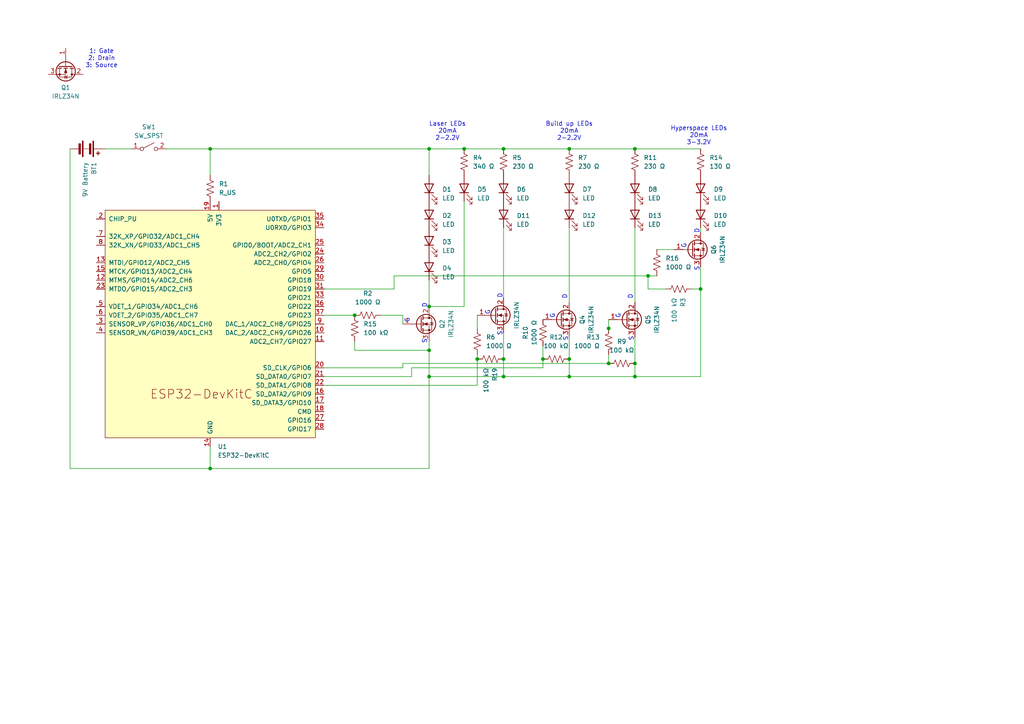
<source format=kicad_sch>
(kicad_sch (version 20250114) (generator "eeschema") (generator_version "9.0")
  (paper "A4")
  (lib_symbols
    (symbol "Device:Battery" (pin_numbers (hide yes)) (pin_names (offset 0) (hide yes))
      (property "Reference" "BT" (at 2.54 2.54 0))
      (property "Value" "Battery" (at 2.54 0 0))
      (symbol "Battery_0_1"
        (rectangle (start -2.286 1.778) (end 2.286 1.524) (fill (type outline)))
        (rectangle (start -2.286 -1.27) (end 2.286 -1.524) (fill (type outline)))
        (rectangle (start -1.524 1.016) (end 1.524 0.508) (fill (type outline)))
        (rectangle (start -1.524 -2.032) (end 1.524 -2.54) (fill (type outline)))
        (polyline (pts (xy 0 1.778) (xy 0 2.54)))
        (polyline (pts (xy 0 0) (xy 0 0.254)))
        (polyline (pts (xy 0 -0.508) (xy 0 -0.254)))
        (polyline (pts (xy 0 -1.016) (xy 0 -0.762)))
        (polyline (pts (xy 0.762 3.048) (xy 1.778 3.048)) (stroke (width 0.254)))
        (polyline (pts (xy 1.27 3.556) (xy 1.27 2.54)) (stroke (width 0.254)))
      )
      (symbol "Battery_1_1"
        (pin passive line (at 0 5.08 270) (length 2.54) (name "+") (number "1"))
        (pin passive line (at 0 -5.08 90) (length 2.54) (name "-") (number "2"))
      )
    )
    (symbol "Device:LED" (pin_numbers (hide yes)) (pin_names (offset 1.016) (hide yes))
      (property "Reference" "D" (at 0 2.54 0))
      (property "Value" "LED" (at 0 -2.54 0))
      (symbol "LED_0_1"
        (polyline (pts (xy -3.048 -0.762) (xy -4.572 -2.286) (xy -3.81 -2.286) (xy -4.572 -2.286) (xy -4.572 -1.524)))
        (polyline (pts (xy -1.778 -0.762) (xy -3.302 -2.286) (xy -2.54 -2.286) (xy -3.302 -2.286) (xy -3.302 -1.524)))
        (polyline (pts (xy -1.27 0) (xy 1.27 0)))
        (polyline (pts (xy -1.27 -1.27) (xy -1.27 1.27)) (stroke (width 0.254)))
        (polyline (pts (xy 1.27 -1.27) (xy 1.27 1.27) (xy -1.27 0) (xy 1.27 -1.27)) (stroke (width 0.254)))
      )
      (symbol "LED_1_1"
        (pin passive line (at -3.81 0 0) (length 2.54) (name "K") (number "1"))
        (pin passive line (at 3.81 0 180) (length 2.54) (name "A") (number "2"))
      )
    )
    (symbol "Device:R_US" (pin_numbers (hide yes)) (pin_names (offset 0))
      (property "Reference" "R" (at 2.54 0 90))
      (property "Value" "R_US" (at -2.54 0 90))
      (symbol "R_US_0_1"
        (polyline (pts (xy 0 2.286) (xy 0 2.54)))
        (polyline (pts (xy 0 2.286) (xy 1.016 1.905) (xy 0 1.524) (xy -1.016 1.143) (xy 0 0.762)))
        (polyline (pts (xy 0 0.762) (xy 1.016 0.381) (xy 0 0) (xy -1.016 -0.381) (xy 0 -0.762)))
        (polyline (pts (xy 0 -0.762) (xy 1.016 -1.143) (xy 0 -1.524) (xy -1.016 -1.905) (xy 0 -2.286)))
        (polyline (pts (xy 0 -2.286) (xy 0 -2.54)))
      )
      (symbol "R_US_1_1"
        (pin passive line (at 0 3.81 270) (length 1.27) (name "~") (number "1"))
        (pin passive line (at 0 -3.81 90) (length 1.27) (name "~") (number "2"))
      )
    )
    (symbol "LED_1" (pin_numbers (hide yes)) (pin_names (offset 1.016) (hide yes))
      (property "Reference" "D" (at 0 2.54 0))
      (property "Value" "LED" (at 0 -2.54 0))
      (symbol "LED_1_0_1"
        (polyline (pts (xy -3.048 -0.762) (xy -4.572 -2.286) (xy -3.81 -2.286) (xy -4.572 -2.286) (xy -4.572 -1.524)))
        (polyline (pts (xy -1.778 -0.762) (xy -3.302 -2.286) (xy -2.54 -2.286) (xy -3.302 -2.286) (xy -3.302 -1.524)))
        (polyline (pts (xy -1.27 0) (xy 1.27 0)))
        (polyline (pts (xy -1.27 -1.27) (xy -1.27 1.27)) (stroke (width 0.254)))
        (polyline (pts (xy 1.27 -1.27) (xy 1.27 1.27) (xy -1.27 0) (xy 1.27 -1.27)) (stroke (width 0.254)))
      )
      (symbol "LED_1_1_1"
        (pin passive line (at -3.81 0 0) (length 2.54) (name "K") (number "1"))
        (pin passive line (at 3.81 0 180) (length 2.54) (name "A") (number "2"))
      )
    )
    (symbol "LED_2" (pin_numbers (hide yes)) (pin_names (offset 1.016) (hide yes))
      (property "Reference" "D" (at 0 2.54 0))
      (property "Value" "LED" (at 0 -2.54 0))
      (symbol "LED_2_0_1"
        (polyline (pts (xy -3.048 -0.762) (xy -4.572 -2.286) (xy -3.81 -2.286) (xy -4.572 -2.286) (xy -4.572 -1.524)))
        (polyline (pts (xy -1.778 -0.762) (xy -3.302 -2.286) (xy -2.54 -2.286) (xy -3.302 -2.286) (xy -3.302 -1.524)))
        (polyline (pts (xy -1.27 0) (xy 1.27 0)))
        (polyline (pts (xy -1.27 -1.27) (xy -1.27 1.27)) (stroke (width 0.254)))
        (polyline (pts (xy 1.27 -1.27) (xy 1.27 1.27) (xy -1.27 0) (xy 1.27 -1.27)) (stroke (width 0.254)))
      )
      (symbol "LED_2_1_1"
        (pin passive line (at -3.81 0 0) (length 2.54) (name "K") (number "1"))
        (pin passive line (at 3.81 0 180) (length 2.54) (name "A") (number "2"))
      )
    )
    (symbol "LED_3" (pin_numbers (hide yes)) (pin_names (offset 1.016) (hide yes))
      (property "Reference" "D" (at 0 2.54 0))
      (property "Value" "LED" (at 0 -2.54 0))
      (symbol "LED_3_0_1"
        (polyline (pts (xy -3.048 -0.762) (xy -4.572 -2.286) (xy -3.81 -2.286) (xy -4.572 -2.286) (xy -4.572 -1.524)))
        (polyline (pts (xy -1.778 -0.762) (xy -3.302 -2.286) (xy -2.54 -2.286) (xy -3.302 -2.286) (xy -3.302 -1.524)))
        (polyline (pts (xy -1.27 0) (xy 1.27 0)))
        (polyline (pts (xy -1.27 -1.27) (xy -1.27 1.27)) (stroke (width 0.254)))
        (polyline (pts (xy 1.27 -1.27) (xy 1.27 1.27) (xy -1.27 0) (xy 1.27 -1.27)) (stroke (width 0.254)))
      )
      (symbol "LED_3_1_1"
        (pin passive line (at -3.81 0 0) (length 2.54) (name "K") (number "1"))
        (pin passive line (at 3.81 0 180) (length 2.54) (name "A") (number "2"))
      )
    )
    (symbol "PCM_Espressif:ESP32-DevKitC" (pin_names (offset 1.016))
      (property "Reference" "U" (at -30.48 38.1 0))
      (property "Value" "ESP32-DevKitC" (at -30.48 35.56 0))
      (symbol "ESP32-DevKitC_0_0"
        (text "ESP32-DevKitC" (at -2.54 -20.32 0) (effects (font (size 2.54 2.54))))
        (pin power_in line (at 0 35.56 270) (length 2.54) (name "5V") (number "19"))
        (pin power_in line (at 0 -35.56 90) (length 2.54) (name "GND") (number "14"))
      )
      (symbol "ESP32-DevKitC_0_1"
        (rectangle (start -30.48 33.02) (end 30.48 -33.02) (fill (type background)))
      )
      (symbol "ESP32-DevKitC_1_1"
        (pin input line (at -33.02 30.48 0) (length 2.54) (name "CHIP_PU") (number "2"))
        (pin bidirectional line (at -33.02 25.4 0) (length 2.54) (name "32K_XP/GPIO32/ADC1_CH4") (number "7"))
        (pin bidirectional line (at -33.02 22.86 0) (length 2.54) (name "32K_XN/GPIO33/ADC1_CH5") (number "8"))
        (pin bidirectional line (at -33.02 17.78 0) (length 2.54) (name "MTDI/GPIO12/ADC2_CH5") (number "13"))
        (pin bidirectional line (at -33.02 15.24 0) (length 2.54) (name "MTCK/GPIO13/ADC2_CH4") (number "15"))
        (pin bidirectional line (at -33.02 12.7 0) (length 2.54) (name "MTMS/GPIO14/ADC2_CH6") (number "12"))
        (pin bidirectional line (at -33.02 10.16 0) (length 2.54) (name "MTDO/GPIO15/ADC2_CH3") (number "23"))
        (pin input line (at -33.02 5.08 0) (length 2.54) (name "VDET_1/GPIO34/ADC1_CH6") (number "5"))
        (pin input line (at -33.02 2.54 0) (length 2.54) (name "VDET_2/GPIO35/ADC1_CH7") (number "6"))
        (pin input line (at -33.02 0 0) (length 2.54) (name "SENSOR_VP/GPIO36/ADC1_CH0") (number "3"))
        (pin input line (at -33.02 -2.54 0) (length 2.54) (name "SENSOR_VN/GPIO39/ADC1_CH3") (number "4"))
        (pin passive line (at 0 -35.56 90) (length 2.54) (hide yes) (name "GND") (number "32"))
        (pin passive line (at 0 -35.56 90) (length 2.54) (hide yes) (name "GND") (number "38"))
        (pin power_in line (at 2.54 35.56 270) (length 2.54) (name "3V3") (number "1"))
        (pin bidirectional line (at 33.02 30.48 180) (length 2.54) (name "U0TXD/GPIO1") (number "35"))
        (pin bidirectional line (at 33.02 27.94 180) (length 2.54) (name "U0RXD/GPIO3") (number "34"))
        (pin bidirectional line (at 33.02 22.86 180) (length 2.54) (name "GPIO0/BOOT/ADC2_CH1") (number "25"))
        (pin bidirectional line (at 33.02 20.32 180) (length 2.54) (name "ADC2_CH2/GPIO2") (number "24"))
        (pin bidirectional line (at 33.02 17.78 180) (length 2.54) (name "ADC2_CH0/GPIO4") (number "26"))
        (pin bidirectional line (at 33.02 15.24 180) (length 2.54) (name "GPIO5") (number "29"))
        (pin bidirectional line (at 33.02 12.7 180) (length 2.54) (name "GPIO18") (number "30"))
        (pin bidirectional line (at 33.02 10.16 180) (length 2.54) (name "GPIO19") (number "31"))
        (pin bidirectional line (at 33.02 7.62 180) (length 2.54) (name "GPIO21") (number "33"))
        (pin bidirectional line (at 33.02 5.08 180) (length 2.54) (name "GPIO22") (number "36"))
        (pin bidirectional line (at 33.02 2.54 180) (length 2.54) (name "GPIO23") (number "37"))
        (pin bidirectional line (at 33.02 0 180) (length 2.54) (name "DAC_1/ADC2_CH8/GPIO25") (number "9"))
        (pin bidirectional line (at 33.02 -2.54 180) (length 2.54) (name "DAC_2/ADC2_CH9/GPIO26") (number "10"))
        (pin bidirectional line (at 33.02 -5.08 180) (length 2.54) (name "ADC2_CH7/GPIO27") (number "11"))
        (pin bidirectional line (at 33.02 -12.7 180) (length 2.54) (name "SD_CLK/GPIO6") (number "20"))
        (pin bidirectional line (at 33.02 -15.24 180) (length 2.54) (name "SD_DATA0/GPIO7") (number "21"))
        (pin bidirectional line (at 33.02 -17.78 180) (length 2.54) (name "SD_DATA1/GPIO8") (number "22"))
        (pin bidirectional line (at 33.02 -20.32 180) (length 2.54) (name "SD_DATA2/GPIO9") (number "16"))
        (pin bidirectional line (at 33.02 -22.86 180) (length 2.54) (name "SD_DATA3/GPIO10") (number "17"))
        (pin bidirectional line (at 33.02 -25.4 180) (length 2.54) (name "CMD") (number "18"))
        (pin bidirectional line (at 33.02 -27.94 180) (length 2.54) (name "GPIO16") (number "27"))
        (pin bidirectional line (at 33.02 -30.48 180) (length 2.54) (name "GPIO17") (number "28"))
      )
    )
    (symbol "Switch:SW_SPST" (pin_names (offset 0) (hide yes))
      (property "Reference" "SW" (at 0 3.175 0))
      (property "Value" "SW_SPST" (at 0 -2.54 0))
      (symbol "SW_SPST_0_0"
        (circle (center -2.032 0) (radius 0.508))
        (polyline (pts (xy -1.524 0.254) (xy 1.524 1.778)))
        (circle (center 2.032 0) (radius 0.508))
      )
      (symbol "SW_SPST_1_1"
        (pin passive line (at -5.08 0 0) (length 2.54) (name "A") (number "1"))
        (pin passive line (at 5.08 0 180) (length 2.54) (name "B") (number "2"))
      )
    )
    (symbol "Transistor_FET:IRLZ34N" (pin_names (hide yes))
      (property "Reference" "Q" (at 5.08 1.905 0))
      (property "Value" "IRLZ34N" (at 5.08 0 0))
      (symbol "IRLZ34N_0_1"
        (polyline (pts (xy 0.254 1.905) (xy 0.254 -1.905)) (stroke (width 0.254)))
        (polyline (pts (xy 0.254 0) (xy -2.54 0)))
        (polyline (pts (xy 0.762 2.286) (xy 0.762 1.27)) (stroke (width 0.254)))
        (polyline (pts (xy 0.762 0.508) (xy 0.762 -0.508)) (stroke (width 0.254)))
        (polyline (pts (xy 0.762 -1.27) (xy 0.762 -2.286)) (stroke (width 0.254)))
        (polyline (pts (xy 0.762 -1.778) (xy 3.302 -1.778) (xy 3.302 1.778) (xy 0.762 1.778)))
        (polyline (pts (xy 1.016 0) (xy 2.032 0.381) (xy 2.032 -0.381) (xy 1.016 0)) (fill (type outline)))
        (circle (center 1.651 0) (radius 2.794) (stroke (width 0.254)))
        (polyline (pts (xy 2.54 2.54) (xy 2.54 1.778)))
        (circle (center 2.54 1.778) (radius 0.254) (fill (type outline)))
        (circle (center 2.54 -1.778) (radius 0.254) (fill (type outline)))
        (polyline (pts (xy 2.54 -2.54) (xy 2.54 0) (xy 0.762 0)))
        (polyline (pts (xy 2.794 0.508) (xy 2.921 0.381) (xy 3.683 0.381) (xy 3.81 0.254)))
        (polyline (pts (xy 3.302 0.381) (xy 2.921 -0.254) (xy 3.683 -0.254) (xy 3.302 0.381)))
      )
      (symbol "IRLZ34N_1_1"
        (pin input line (at -5.08 0 0) (length 2.54) (name "G") (number "1"))
        (pin passive line (at 2.54 5.08 270) (length 2.54) (name "D") (number "2"))
        (pin passive line (at 2.54 -5.08 90) (length 2.54) (name "S") (number "3"))
      )
    )
  )
  (text "D" (at 123.19 88.646 90) (effects (font (size 1.27 1.27))))
  (text "1: Gate\n2: Drain\n3: Source" (at 29.464 17.018 0) (effects (font (size 1.27 1.27))))
  (text "S" (at 164.084 98.298 90) (effects (font (size 1.27 1.27))))
  (text "D" (at 182.88 86.106 90) (effects (font (size 1.27 1.27))))
  (text "D" (at 145.034 85.852 90) (effects (font (size 1.27 1.27))))
  (text "G" (at 141.478 90.678 90) (effects (font (size 1.27 1.27))))
  (text "Hyperspace LEDs\n20mA\n3-3.2V" (at 202.692 39.37 0) (effects (font (size 1.27 1.27))))
  (text "G" (at 160.274 91.694 90) (effects (font (size 1.27 1.27))))
  (text "Laser LEDs\n20mA\n2-2.2V" (at 129.794 38.1 0) (effects (font (size 1.27 1.27))))
  (text "S" (at 183.134 98.298 90) (effects (font (size 1.27 1.27))))
  (text "Build up LEDs\n20mA\n2-2.2V" (at 165.1 38.1 0) (effects (font (size 1.27 1.27))))
  (text "G" (at 118.11 92.964 90) (effects (font (size 1.27 1.27))))
  (text "S" (at 123.19 99.06 90) (effects (font (size 1.27 1.27))))
  (text "S" (at 202.184 77.978 90) (effects (font (size 1.27 1.27))))
  (text "G" (at 179.324 91.694 90) (effects (font (size 1.27 1.27))))
  (text "D" (at 202.184 67.056 90) (effects (font (size 1.27 1.27))))
  (text "S" (at 145.034 96.774 90) (effects (font (size 1.27 1.27))))
  (text "G" (at 198.374 71.374 90) (effects (font (size 1.27 1.27))))
  (text "D" (at 163.83 86.106 90) (effects (font (size 1.27 1.27))))
  (junction (at 146.05 109.22))
  (junction (at 124.46 43.18))
  (junction (at 165.1 109.22))
  (junction (at 124.46 109.22))
  (junction (at 184.15 43.18))
  (junction (at 176.53 105.41))
  (junction (at 102.87 91.44))
  (junction (at 146.05 43.18))
  (junction (at 157.48 104.14))
  (junction (at 60.96 43.18))
  (junction (at 165.1 104.14))
  (junction (at 138.43 104.14))
  (junction (at 146.05 104.14))
  (junction (at 124.46 88.9))
  (junction (at 60.96 135.89))
  (junction (at 124.46 101.6))
  (junction (at 187.96 80.01))
  (junction (at 184.15 109.22))
  (junction (at 134.62 43.18))
  (junction (at 165.1 43.18))
  (junction (at 184.15 105.41))
  (junction (at 176.53 95.25))
  (junction (at 203.2 83.82))
  (wire (pts (xy 176.53 95.25) (xy 176.53 96.52)))
  (wire (pts (xy 184.15 97.79) (xy 184.15 105.41)))
  (wire (pts (xy 93.98 91.44) (xy 102.87 91.44)))
  (wire (pts (xy 102.87 99.06) (xy 102.87 101.6)))
  (wire (pts (xy 176.53 92.71) (xy 176.53 95.25)))
  (wire (pts (xy 124.46 99.06) (xy 124.46 101.6)))
  (wire (pts (xy 176.53 105.41) (xy 116.84 105.41)))
  (wire (pts (xy 60.96 129.54) (xy 60.96 135.89)))
  (wire (pts (xy 60.96 135.89) (xy 20.32 135.89)))
  (wire (pts (xy 193.04 83.82) (xy 187.96 83.82)))
  (wire (pts (xy 203.2 77.47) (xy 203.2 83.82)))
  (wire (pts (xy 146.05 104.14) (xy 146.05 109.22)))
  (wire (pts (xy 102.87 101.6) (xy 124.46 101.6)))
  (wire (pts (xy 124.46 109.22) (xy 146.05 109.22)))
  (wire (pts (xy 60.96 43.18) (xy 60.96 50.8)))
  (wire (pts (xy 157.48 104.14) (xy 157.48 106.68)))
  (wire (pts (xy 60.96 135.89) (xy 124.46 135.89)))
  (wire (pts (xy 124.46 43.18) (xy 134.62 43.18)))
  (wire (pts (xy 184.15 105.41) (xy 184.15 109.22)))
  (wire (pts (xy 110.49 91.44) (xy 116.84 91.44)))
  (wire (pts (xy 124.46 88.9) (xy 134.62 88.9)))
  (wire (pts (xy 116.84 106.68) (xy 93.98 106.68)))
  (wire (pts (xy 134.62 43.18) (xy 146.05 43.18)))
  (wire (pts (xy 190.5 72.39) (xy 195.58 72.39)))
  (wire (pts (xy 124.46 43.18) (xy 124.46 50.8)))
  (wire (pts (xy 146.05 109.22) (xy 165.1 109.22)))
  (wire (pts (xy 119.38 109.22) (xy 93.98 109.22)))
  (wire (pts (xy 124.46 101.6) (xy 124.46 109.22)))
  (wire (pts (xy 116.84 91.44) (xy 116.84 93.98)))
  (wire (pts (xy 60.96 43.18) (xy 124.46 43.18)))
  (wire (pts (xy 176.53 102.87) (xy 176.53 105.41)))
  (wire (pts (xy 187.96 83.82) (xy 187.96 80.01)))
  (wire (pts (xy 114.3 83.82) (xy 114.3 80.01)))
  (wire (pts (xy 124.46 81.28) (xy 124.46 88.9)))
  (wire (pts (xy 203.2 66.04) (xy 203.2 67.31)))
  (wire (pts (xy 184.15 66.04) (xy 184.15 87.63)))
  (wire (pts (xy 93.98 111.76) (xy 138.43 111.76)))
  (wire (pts (xy 124.46 109.22) (xy 124.46 135.89)))
  (wire (pts (xy 138.43 111.76) (xy 138.43 104.14)))
  (wire (pts (xy 146.05 96.52) (xy 146.05 104.14)))
  (wire (pts (xy 116.84 105.41) (xy 116.84 106.68)))
  (wire (pts (xy 184.15 109.22) (xy 203.2 109.22)))
  (wire (pts (xy 134.62 58.42) (xy 134.62 88.9)))
  (wire (pts (xy 138.43 104.14) (xy 138.43 102.87)))
  (wire (pts (xy 157.48 100.33) (xy 157.48 104.14)))
  (wire (pts (xy 146.05 43.18) (xy 165.1 43.18)))
  (wire (pts (xy 203.2 83.82) (xy 203.2 109.22)))
  (wire (pts (xy 48.26 43.18) (xy 60.96 43.18)))
  (wire (pts (xy 157.48 106.68) (xy 119.38 106.68)))
  (wire (pts (xy 165.1 43.18) (xy 184.15 43.18)))
  (wire (pts (xy 165.1 109.22) (xy 184.15 109.22)))
  (wire (pts (xy 119.38 106.68) (xy 119.38 109.22)))
  (wire (pts (xy 30.48 43.18) (xy 38.1 43.18)))
  (wire (pts (xy 114.3 80.01) (xy 187.96 80.01)))
  (wire (pts (xy 187.96 80.01) (xy 190.5 80.01)))
  (wire (pts (xy 93.98 83.82) (xy 114.3 83.82)))
  (wire (pts (xy 165.1 66.04) (xy 165.1 87.63)))
  (wire (pts (xy 146.05 66.04) (xy 146.05 86.36)))
  (wire (pts (xy 184.15 43.18) (xy 203.2 43.18)))
  (wire (pts (xy 20.32 135.89) (xy 20.32 43.18)))
  (wire (pts (xy 200.66 83.82) (xy 203.2 83.82)))
  (wire (pts (xy 165.1 97.79) (xy 165.1 104.14)))
  (wire (pts (xy 165.1 104.14) (xy 165.1 109.22)))
  (wire (pts (xy 138.43 95.25) (xy 138.43 91.44)))
  (symbol (lib_id "Device:LED") (at 203.2 54.61 90) (unit 1)
    (property "Reference" "D9" (at 207.01 54.9274 90) (effects (justify right)))
    (property "Value" "LED" (at 207.01 57.4674 90) (effects (justify right)))
    (property "Description" "Light emitting diode" (effects (hide yes)))
  )
  (symbol (lib_id "Device:R_US") (at 134.62 46.99 0) (unit 1)
    (property "Reference" "R4" (at 137.16 45.7199 0) (effects (justify left)))
    (property "Value" "340 Ω" (at 137.16 48.2599 0) (effects (justify left)))
    (property "Description" "Resistor, US symbol" (effects (hide yes)))
  )
  (symbol (lib_id "Device:R_US") (at 203.2 46.99 0) (unit 1)
    (property "Reference" "R14" (at 205.74 45.7199 0) (effects (justify left)))
    (property "Value" "130 Ω" (at 205.74 48.2599 0) (effects (justify left)))
    (property "Description" "Resistor, US symbol" (effects (hide yes)))
  )
  (symbol (lib_id "Device:R_US") (at 102.87 95.25 180) (unit 1)
    (property "Reference" "R15" (at 105.41 93.9799 0) (effects (justify right)))
    (property "Value" "100 kΩ" (at 105.41 96.5199 0) (effects (justify right)))
    (property "Description" "Resistor, US symbol" (effects (hide yes)))
  )
  (symbol (lib_id "Device:LED") (at 184.15 54.61 90) (unit 1)
    (property "Reference" "D8" (at 187.96 54.9274 90) (effects (justify right)))
    (property "Value" "LED" (at 187.96 57.4674 90) (effects (justify right)))
    (property "Description" "Light emitting diode" (effects (hide yes)))
  )
  (symbol (lib_id "Device:R_US") (at 180.34 105.41 90) (unit 1)
    (property "Reference" "R9" (at 180.34 99.06 90))
    (property "Value" "100 kΩ" (at 180.34 101.6 90))
    (property "Description" "Resistor, US symbol" (effects (hide yes)))
  )
  (symbol (lib_id "Device:LED") (at 124.46 62.23 90) (unit 1)
    (property "Reference" "D2" (at 128.27 62.5474 90) (effects (justify right)))
    (property "Value" "LED" (at 128.27 65.0874 90) (effects (justify right)))
    (property "Description" "Light emitting diode" (effects (hide yes)))
  )
  (symbol (lib_id "Device:R_US") (at 146.05 46.99 0) (unit 1)
    (property "Reference" "R5" (at 148.59 45.7199 0) (effects (justify left)))
    (property "Value" "230 Ω" (at 148.59 48.2599 0) (effects (justify left)))
    (property "Description" "Resistor, US symbol" (effects (hide yes)))
  )
  (symbol (lib_id "Device:R_US") (at 190.5 76.2 0) (unit 1)
    (property "Reference" "R16" (at 193.04 74.9299 0) (effects (justify left)))
    (property "Value" "1000 Ω" (at 193.04 77.4699 0) (effects (justify left)))
    (property "Description" "Resistor, US symbol" (effects (hide yes)))
  )
  (symbol (lib_id "Device:LED") (at 146.05 54.61 90) (unit 1)
    (property "Reference" "D6" (at 149.86 54.9274 90) (effects (justify right)))
    (property "Value" "LED" (at 149.86 57.4674 90) (effects (justify right)))
    (property "Description" "Light emitting diode" (effects (hide yes)))
  )
  (symbol (lib_id "Device:R_US") (at 138.43 99.06 180) (unit 1)
    (property "Reference" "R6" (at 140.97 97.7899 0) (effects (justify right)))
    (property "Value" "1000 Ω" (at 140.97 100.3299 0) (effects (justify right)))
    (property "Description" "Resistor, US symbol" (effects (hide yes)))
  )
  (symbol (lib_id "Device:R_US") (at 165.1 46.99 0) (unit 1)
    (property "Reference" "R7" (at 167.64 45.7199 0) (effects (justify left)))
    (property "Value" "230 Ω" (at 167.64 48.2599 0) (effects (justify left)))
    (property "Description" "Resistor, US symbol" (effects (hide yes)))
  )
  (symbol (lib_id "Device:R_US") (at 184.15 46.99 0) (unit 1)
    (property "Reference" "R11" (at 186.69 45.7199 0) (effects (justify left)))
    (property "Value" "230 Ω" (at 186.69 48.2599 0) (effects (justify left)))
    (property "Description" "Resistor, US symbol" (effects (hide yes)))
  )
  (symbol (lib_id "Device:R_US") (at 157.48 96.52 0) (unit 1)
    (property "Reference" "R10" (at 152.4 96.52 90))
    (property "Value" "1000 Ω" (at 154.94 96.52 90))
    (property "Description" "Resistor, US symbol" (effects (hide yes)))
  )
  (symbol (lib_id "Transistor_FET:IRLZ34N") (at 19.05 19.05 270) (unit 1)
    (property "Reference" "Q1" (at 19.05 25.4 90))
    (property "Value" "IRLZ34N" (at 19.05 27.94 90))
    (property "Footprint" "Package_TO_SOT_THT:TO-220-3_Vertical" (effects (hide yes)))
    (property "Datasheet" "http://www.infineon.com/dgdl/irlz34npbf.pdf?fileId=5546d462533600a40153567206892720" (effects (hide yes)))
    (property "Description" "30A Id, 55V Vds, 35mOhm Rds, N-Channel HEXFET Power MOSFET, TO-220AB" (effects (hide yes)))
  )
  (symbol (lib_id "Device:R_US") (at 176.53 99.06 0) (mirror y) (unit 1)
    (property "Reference" "R13" (at 173.99 97.7899 0) (effects (justify left)))
    (property "Value" "1000 Ω" (at 173.99 100.3299 0) (effects (justify left)))
    (property "Description" "Resistor, US symbol" (effects (hide yes)))
  )
  (symbol (lib_id "Device:LED") (at 124.46 77.47 90) (unit 1)
    (property "Reference" "D4" (at 128.27 77.7874 90) (effects (justify right)))
    (property "Value" "LED" (at 128.27 80.3274 90) (effects (justify right)))
    (property "Description" "Light emitting diode" (effects (hide yes)))
  )
  (symbol (lib_id "Device:R_US") (at 106.68 91.44 90) (unit 1)
    (property "Reference" "R2" (at 106.68 85.09 90))
    (property "Value" "1000 Ω" (at 106.68 87.63 90))
    (property "Description" "Resistor, US symbol" (effects (hide yes)))
  )
  (symbol (lib_id "Device:LED") (at 134.62 54.61 90) (unit 1)
    (property "Reference" "D5" (at 138.43 54.9274 90) (effects (justify right)))
    (property "Value" "LED" (at 138.43 57.4674 90) (effects (justify right)))
    (property "Description" "Light emitting diode" (effects (hide yes)))
  )
  (symbol (lib_id "Transistor_FET:IRLZ34N") (at 121.92 93.98 0) (unit 1)
    (property "Reference" "Q2" (at 128.27 93.98 90))
    (property "Value" "IRLZ34N" (at 130.81 93.98 90))
    (property "Footprint" "Package_TO_SOT_THT:TO-220-3_Vertical" (effects (hide yes)))
    (property "Datasheet" "http://www.infineon.com/dgdl/irlz34npbf.pdf?fileId=5546d462533600a40153567206892720" (effects (hide yes)))
    (property "Description" "30A Id, 55V Vds, 35mOhm Rds, N-Channel HEXFET Power MOSFET, TO-220AB" (effects (hide yes)))
  )
  (symbol (lib_id "Transistor_FET:IRLZ34N") (at 162.56 92.71 0) (unit 1)
    (property "Reference" "Q4" (at 168.91 92.71 90))
    (property "Value" "IRLZ34N" (at 171.45 92.71 90))
    (property "Footprint" "Package_TO_SOT_THT:TO-220-3_Vertical" (effects (hide yes)))
    (property "Datasheet" "http://www.infineon.com/dgdl/irlz34npbf.pdf?fileId=5546d462533600a40153567206892720" (effects (hide yes)))
    (property "Description" "30A Id, 55V Vds, 35mOhm Rds, N-Channel HEXFET Power MOSFET, TO-220AB" (effects (hide yes)))
  )
  (symbol (lib_name "LED_3") (lib_id "Device:LED") (at 184.15 62.23 90) (unit 1)
    (property "Reference" "D13" (at 187.96 62.5474 90) (effects (justify right)))
    (property "Value" "LED" (at 187.96 65.0874 90) (effects (justify right)))
    (property "Description" "Light emitting diode" (effects (hide yes)))
    (property "Sim.Pins" "1=K 2=A" (effects (hide yes)))
  )
  (symbol (lib_name "LED_1") (lib_id "Device:LED") (at 146.05 62.23 90) (unit 1)
    (property "Reference" "D11" (at 149.86 62.5474 90) (effects (justify right)))
    (property "Value" "LED" (at 149.86 65.0874 90) (effects (justify right)))
    (property "Description" "Light emitting diode" (effects (hide yes)))
    (property "Sim.Pins" "1=K 2=A" (effects (hide yes)))
  )
  (symbol (lib_id "Transistor_FET:IRLZ34N") (at 181.61 92.71 0) (unit 1)
    (property "Reference" "Q5" (at 187.96 92.71 90))
    (property "Value" "IRLZ34N" (at 190.5 92.71 90))
    (property "Footprint" "Package_TO_SOT_THT:TO-220-3_Vertical" (effects (hide yes)))
    (property "Datasheet" "http://www.infineon.com/dgdl/irlz34npbf.pdf?fileId=5546d462533600a40153567206892720" (effects (hide yes)))
    (property "Description" "30A Id, 55V Vds, 35mOhm Rds, N-Channel HEXFET Power MOSFET, TO-220AB" (effects (hide yes)))
  )
  (symbol (lib_id "Device:R_US") (at 196.85 83.82 270) (unit 1)
    (property "Reference" "R3" (at 198.1201 86.36 0) (effects (justify left)))
    (property "Value" "100 kΩ" (at 195.5801 86.36 0) (effects (justify left)))
    (property "Description" "Resistor, US symbol" (effects (hide yes)))
  )
  (symbol (lib_id "Device:R_US") (at 142.24 104.14 270) (unit 1)
    (property "Reference" "R19" (at 143.5101 106.68 0) (effects (justify left)))
    (property "Value" "100 kΩ" (at 140.9701 106.68 0) (effects (justify left)))
    (property "Description" "Resistor, US symbol" (effects (hide yes)))
  )
  (symbol (lib_name "LED_2") (lib_id "Device:LED") (at 165.1 62.23 90) (unit 1)
    (property "Reference" "D12" (at 168.91 62.5474 90) (effects (justify right)))
    (property "Value" "LED" (at 168.91 65.0874 90) (effects (justify right)))
    (property "Description" "Light emitting diode" (effects (hide yes)))
    (property "Sim.Pins" "1=K 2=A" (effects (hide yes)))
  )
  (symbol (lib_id "Device:LED") (at 165.1 54.61 90) (unit 1)
    (property "Reference" "D7" (at 168.91 54.9274 90) (effects (justify right)))
    (property "Value" "LED" (at 168.91 57.4674 90) (effects (justify right)))
    (property "Description" "Light emitting diode" (effects (hide yes)))
  )
  (symbol (lib_id "Device:Battery") (at 25.4 43.18 270) (unit 1)
    (property "Reference" "BT1" (at 27.2416 46.99 0) (effects (justify left)))
    (property "Value" "9V Battery" (at 24.7016 46.99 0) (effects (justify left)))
    (property "Description" "Multiple-cell battery" (effects (hide yes)))
  )
  (symbol (lib_id "Device:LED") (at 124.46 69.85 90) (unit 1)
    (property "Reference" "D3" (at 128.27 70.1674 90) (effects (justify right)))
    (property "Value" "LED" (at 128.27 72.7074 90) (effects (justify right)))
    (property "Description" "Light emitting diode" (effects (hide yes)))
  )
  (symbol (lib_id "PCM_Espressif:ESP32-DevKitC") (at 60.96 93.98 0) (unit 1)
    (property "Reference" "U1" (at 63.1541 129.54 0) (effects (justify left)))
    (property "Value" "ESP32-DevKitC" (at 63.1541 132.08 0) (effects (justify left)))
    (property "Footprint" "PCM_Espressif:ESP32-DevKitC" (effects (hide yes)))
    (property "Datasheet" "https://docs.espressif.com/projects/esp-idf/zh_CN/latest/esp32/hw-reference/esp32/get-started-devkitc.html" (effects (hide yes)))
    (property "Description" "Development Kit" (effects (hide yes)))
  )
  (symbol (lib_id "Switch:SW_SPST") (at 43.18 43.18 0) (unit 1)
    (property "Reference" "SW1" (at 43.18 36.83 0))
    (property "Value" "SW_SPST" (at 43.18 39.37 0))
    (property "Description" "Single Pole Single Throw (SPST) switch" (effects (hide yes)))
  )
  (symbol (lib_id "Device:LED") (at 124.46 54.61 90) (unit 1)
    (property "Reference" "D1" (at 128.27 54.9274 90) (effects (justify right)))
    (property "Value" "LED" (at 128.27 57.4674 90) (effects (justify right)))
    (property "Description" "Light emitting diode" (effects (hide yes)))
  )
  (symbol (lib_id "Transistor_FET:IRLZ34N") (at 200.66 72.39 0) (unit 1)
    (property "Reference" "Q6" (at 207.01 72.39 90))
    (property "Value" "IRLZ34N" (at 209.55 72.39 90))
    (property "Footprint" "Package_TO_SOT_THT:TO-220-3_Vertical" (effects (hide yes)))
    (property "Datasheet" "http://www.infineon.com/dgdl/irlz34npbf.pdf?fileId=5546d462533600a40153567206892720" (effects (hide yes)))
    (property "Description" "30A Id, 55V Vds, 35mOhm Rds, N-Channel HEXFET Power MOSFET, TO-220AB" (effects (hide yes)))
  )
  (symbol (lib_id "Device:R_US") (at 60.96 54.61 0) (unit 1)
    (property "Reference" "R1" (at 63.5 53.3399 0) (effects (justify left)))
    (property "Value" "R_US" (at 63.5 55.8799 0) (effects (justify left)))
    (property "Description" "Resistor, US symbol" (effects (hide yes)))
  )
  (symbol (lib_id "Transistor_FET:IRLZ34N") (at 143.51 91.44 0) (unit 1)
    (property "Reference" "Q3" (effects (hide yes)))
    (property "Value" "IRLZ34N" (at 149.86 91.44 90))
    (property "Footprint" "Package_TO_SOT_THT:TO-220-3_Vertical" (effects (hide yes)))
    (property "Datasheet" "http://www.infineon.com/dgdl/irlz34npbf.pdf?fileId=5546d462533600a40153567206892720" (effects (hide yes)))
    (property "Description" "30A Id, 55V Vds, 35mOhm Rds, N-Channel HEXFET Power MOSFET, TO-220AB" (effects (hide yes)))
  )
  (symbol (lib_id "Device:R_US") (at 161.29 104.14 90) (unit 1)
    (property "Reference" "R12" (at 161.29 97.79 90))
    (property "Value" "100 kΩ" (at 161.29 100.33 90))
    (property "Description" "Resistor, US symbol" (effects (hide yes)))
  )
  (symbol (lib_id "Device:LED") (at 203.2 62.23 90) (unit 1)
    (property "Reference" "D10" (at 207.01 62.5474 90) (effects (justify right)))
    (property "Value" "LED" (at 207.01 65.0874 90) (effects (justify right)))
    (property "Description" "Light emitting diode" (effects (hide yes)))
  )
)
</source>
